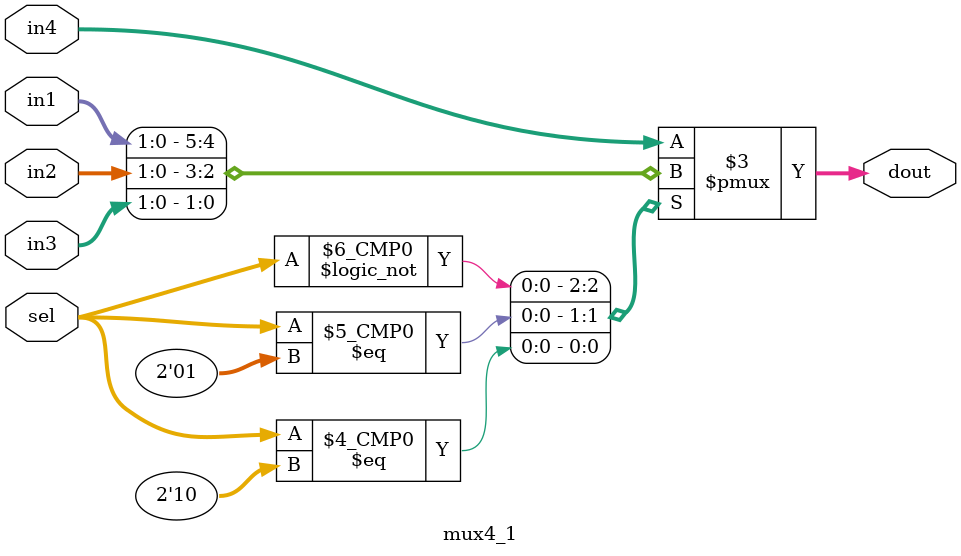
<source format=v>

module mux4_1 (
    input [1:0] in1, in2, in3, in4,
    input [1:0] sel,
    output reg [1:0] dout
);

always @(in1 or in2 or in3 or in4 or sel)
begin
    case(sel)
        2'b00: dout = in1;
        2'b01: dout = in2;
        2'b10: dout = in3;
        default: dout = in4;
    endcase
end

endmodule

</source>
